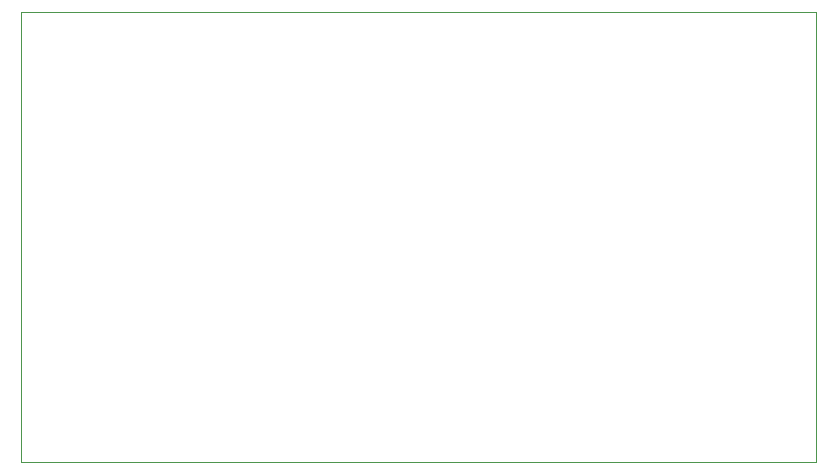
<source format=gm1>
G04 #@! TF.GenerationSoftware,KiCad,Pcbnew,(6.0.10)*
G04 #@! TF.CreationDate,2023-01-16T22:35:13+01:00*
G04 #@! TF.ProjectId,IdealDiode,49646561-6c44-4696-9f64-652e6b696361,rev?*
G04 #@! TF.SameCoordinates,Original*
G04 #@! TF.FileFunction,Profile,NP*
%FSLAX46Y46*%
G04 Gerber Fmt 4.6, Leading zero omitted, Abs format (unit mm)*
G04 Created by KiCad (PCBNEW (6.0.10)) date 2023-01-16 22:35:13*
%MOMM*%
%LPD*%
G01*
G04 APERTURE LIST*
G04 #@! TA.AperFunction,Profile*
%ADD10C,0.100000*%
G04 #@! TD*
G04 APERTURE END LIST*
D10*
X170180000Y-102870000D02*
X102870000Y-102870000D01*
X102870000Y-102870000D02*
X102870000Y-64770000D01*
X102870000Y-64770000D02*
X170180000Y-64770000D01*
X170180000Y-64770000D02*
X170180000Y-102870000D01*
M02*

</source>
